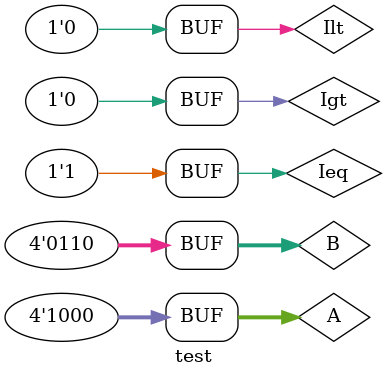
<source format=v>
module test;

	// Inputs
    reg Igt; reg Ilt; reg Ieq; reg [3:0] A; reg [3:0] B;

	// Outputs
	wire Fgt;
	wire Flt;
	wire Feq;

	// Instantiate the Unit Under Test (UUT)
	comparator_4 uut (
		.Igt(Igt), 
		.Ilt(Ilt), 
		.Ieq(Ieq), 
		.A(A), 
		.B(B), 
		.Fgt(Fgt), 
		.Flt(Flt), 
		.Feq(Feq)
	);

	initial begin
		// Initialize Inputs
		Igt = 0; Ilt = 0; Ieq = 1; A = 0; B = 0;

		// Wait 100 ns for global reset to finish
		#100;
        
		// Add stimulus here
		
			Igt=1; Ilt=0; Ieq=0; A=4'b0000; B=4'b1111;
			#100
			Igt=0;Ilt=1;Ieq=0;A=4'b0111;B=4'b0011;
			#100
			Igt=0;Ilt=0;Ieq=1;A=4'b0000;B=4'b0000;
			#100
			Igt=0;Ilt=0;Ieq=1;A=4'b0101;B=4'b0010;
			#100
			Igt=0;Ilt=0;Ieq=1;A=4'b1000;B=4'b0110;
	end 
endmodule

</source>
